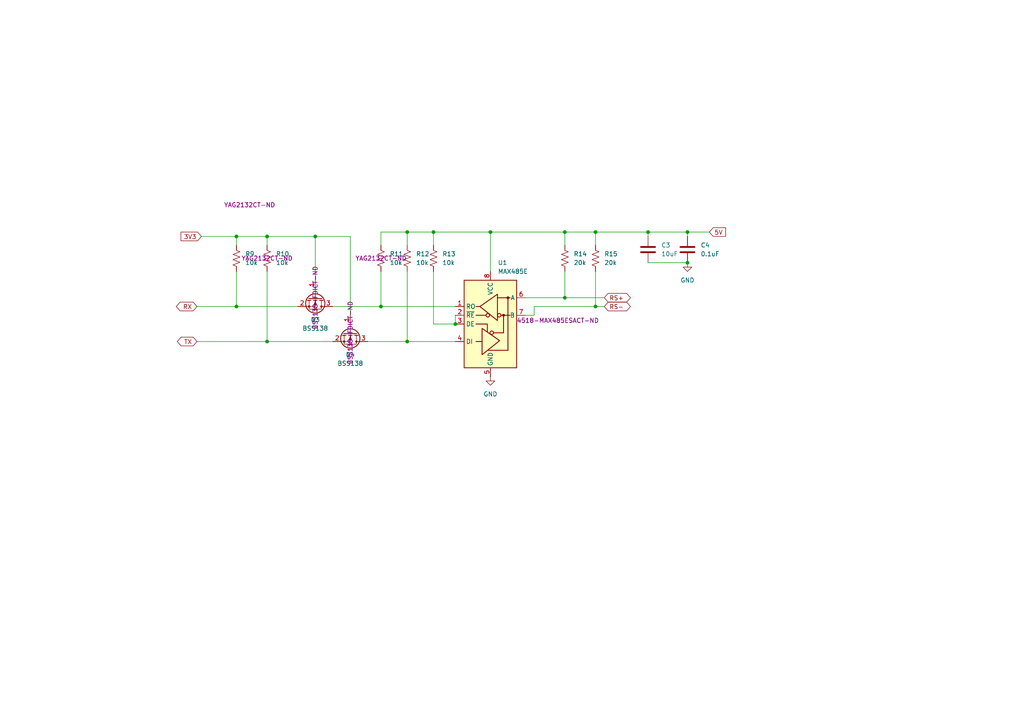
<source format=kicad_sch>
(kicad_sch (version 20250114) (generator "eeschema") (generator_version "9.0")
  (paper "A4")
  (lib_symbols
    (symbol "Device:C" (pin_numbers (hide yes)) (pin_names (offset 0.254))
      (property "Reference" "C" (at 0.635 2.54 0))
      (property "Value" "C" (at 0.635 -2.54 0))
      (symbol "C_0_1"
        (polyline (pts (xy -2.032 0.762) (xy 2.032 0.762)) (stroke (width 0.508)))
        (polyline (pts (xy -2.032 -0.762) (xy 2.032 -0.762)) (stroke (width 0.508)))
      )
      (symbol "C_1_1"
        (pin passive line (at 0 3.81 270) (length 2.794) (name "~") (number "1"))
        (pin passive line (at 0 -3.81 90) (length 2.794) (name "~") (number "2"))
      )
    )
    (symbol "Device:R_US" (pin_numbers (hide yes)) (pin_names (offset 0))
      (property "Reference" "R" (at 2.54 0 90))
      (property "Value" "R_US" (at -2.54 0 90))
      (symbol "R_US_0_1"
        (polyline (pts (xy 0 2.286) (xy 0 2.54)))
        (polyline (pts (xy 0 2.286) (xy 1.016 1.905) (xy 0 1.524) (xy -1.016 1.143) (xy 0 0.762)))
        (polyline (pts (xy 0 0.762) (xy 1.016 0.381) (xy 0 0) (xy -1.016 -0.381) (xy 0 -0.762)))
        (polyline (pts (xy 0 -0.762) (xy 1.016 -1.143) (xy 0 -1.524) (xy -1.016 -1.905) (xy 0 -2.286)))
        (polyline (pts (xy 0 -2.286) (xy 0 -2.54)))
      )
      (symbol "R_US_1_1"
        (pin passive line (at 0 3.81 270) (length 1.27) (name "~") (number "1"))
        (pin passive line (at 0 -3.81 90) (length 1.27) (name "~") (number "2"))
      )
    )
    (symbol "Interface_UART:MAX485E"
      (property "Reference" "U1" (at 2.1433 17.78 0))
      (property "Value" "MAX485E" (at 2.1433 15.24 0))
      (property "Digikey Part Number" "4518-MAX485ESACT-ND" (at 0 0 0))
      (symbol "MAX485E_0_1"
        (rectangle (start -7.62 12.7) (end 7.62 -12.7) (stroke (width 0.254)) (fill (type background)))
        (polyline (pts (xy -4.191 2.54) (xy -1.27 2.54)) (stroke (width 0.254)))
        (polyline (pts (xy -4.191 0) (xy -0.889 0) (xy -0.889 -2.286)) (stroke (width 0.254)))
        (polyline (pts (xy -3.175 5.08) (xy -4.191 5.08) (xy -4.064 5.08)) (stroke (width 0.254)))
        (polyline (pts (xy -2.54 -5.08) (xy -4.191 -5.08)) (stroke (width 0.254)))
        (polyline (pts (xy -2.413 -5.08) (xy -2.413 -1.27) (xy 2.667 -4.826) (xy -2.413 -8.89) (xy -2.413 -5.08)) (stroke (width 0.254)))
        (polyline (pts (xy -0.635 -7.62) (xy 5.08 -7.62)) (stroke (width 0.254)))
        (circle (center 0.381 -2.54) (radius 0.508) (stroke (width 0.254)))
        (polyline (pts (xy 0.889 -2.54) (xy 3.81 -2.54)) (stroke (width 0.254)))
        (polyline (pts (xy 2.032 7.62) (xy 5.715 7.62)) (stroke (width 0.254)))
        (polyline (pts (xy 3.048 2.54) (xy 5.715 2.54)) (stroke (width 0.254)))
        (circle (center 3.81 2.54) (radius 0.2794) (stroke (width 0.254)) (fill (type outline)))
        (polyline (pts (xy 3.81 -2.54) (xy 3.81 2.54)) (stroke (width 0.254)))
        (polyline (pts (xy 5.08 -7.62) (xy 5.08 7.62)) (stroke (width 0.254)))
      )
      (symbol "MAX485E_1_1"
        (circle (center -0.762 2.54) (radius 0.508) (stroke (width 0.254)))
        (polyline (pts (xy 2.032 4.826) (xy 2.032 8.636) (xy -3.048 5.08) (xy 2.032 1.016) (xy 2.032 4.826)) (stroke (width 0.254)))
        (circle (center 2.54 2.54) (radius 0.508) (stroke (width 0.254)))
        (circle (center 5.08 7.62) (radius 0.2794) (stroke (width 0.254)) (fill (type outline)))
        (pin output line (at -10.16 5.08 0) (length 2.54) (name "RO") (number "1"))
        (pin input line (at -10.16 2.54 0) (length 2.54) (name "~{RE}") (number "2"))
        (pin input line (at -10.16 0 0) (length 2.54) (name "DE") (number "3"))
        (pin input line (at -10.16 -5.08 0) (length 2.54) (name "DI") (number "4"))
        (pin power_in line (at 0 15.24 270) (length 2.54) (name "VCC") (number "8"))
        (pin power_in line (at 0 -15.24 90) (length 2.54) (name "GND") (number "5"))
        (pin input line (at 0 -15.24 90) (length 2.54) (hide yes) (name "") (number "9"))
        (pin bidirectional line (at 10.16 7.62 180) (length 2.54) (name "A") (number "6"))
        (pin bidirectional line (at 10.16 2.54 180) (length 2.54) (name "B") (number "7"))
      )
    )
    (symbol "Transistor_FET:BSS138" (pin_names (hide yes))
      (property "Reference" "Q" (at 5.08 1.905 0))
      (property "Value" "BSS138" (at 5.08 0 0))
      (symbol "BSS138_0_1"
        (polyline (pts (xy 0.254 1.905) (xy 0.254 -1.905)) (stroke (width 0.254)))
        (polyline (pts (xy 0.254 0) (xy -2.54 0)))
        (polyline (pts (xy 0.762 2.286) (xy 0.762 1.27)) (stroke (width 0.254)))
        (polyline (pts (xy 0.762 0.508) (xy 0.762 -0.508)) (stroke (width 0.254)))
        (polyline (pts (xy 0.762 -1.27) (xy 0.762 -2.286)) (stroke (width 0.254)))
        (polyline (pts (xy 0.762 -1.778) (xy 3.302 -1.778) (xy 3.302 1.778) (xy 0.762 1.778)))
        (polyline (pts (xy 1.016 0) (xy 2.032 0.381) (xy 2.032 -0.381) (xy 1.016 0)) (fill (type outline)))
        (circle (center 1.651 0) (radius 2.794) (stroke (width 0.254)))
        (polyline (pts (xy 2.54 2.54) (xy 2.54 1.778)))
        (circle (center 2.54 1.778) (radius 0.254) (fill (type outline)))
        (circle (center 2.54 -1.778) (radius 0.254) (fill (type outline)))
        (polyline (pts (xy 2.54 -2.54) (xy 2.54 0) (xy 0.762 0)))
        (polyline (pts (xy 2.794 0.508) (xy 2.921 0.381) (xy 3.683 0.381) (xy 3.81 0.254)))
        (polyline (pts (xy 3.302 0.381) (xy 2.921 -0.254) (xy 3.683 -0.254) (xy 3.302 0.381)))
      )
      (symbol "BSS138_1_1"
        (pin input line (at -5.08 0 0) (length 2.54) (name "G") (number "1"))
        (pin passive line (at 2.54 5.08 270) (length 2.54) (name "D") (number "3"))
        (pin passive line (at 2.54 -5.08 90) (length 2.54) (name "S") (number "2"))
      )
    )
    (symbol "power:GND" (power) (pin_numbers (hide yes)) (pin_names (offset 0) (hide yes))
      (property "Value" "GND" (at 0 -3.81 0))
      (symbol "GND_0_1"
        (polyline (pts (xy 0 0) (xy 0 -1.27) (xy 1.27 -1.27) (xy 0 -2.54) (xy -1.27 -1.27) (xy 0 -1.27)))
      )
      (symbol "GND_1_1"
        (pin power_in line (at 0 0 270) (length 0) (name "~") (number "1"))
      )
    )
  )
  (junction (at 118.11 99.06))
  (junction (at 77.47 68.58))
  (junction (at 132.08 93.98))
  (junction (at 172.72 88.9))
  (junction (at 199.39 67.31))
  (junction (at 68.58 68.58))
  (junction (at 142.24 67.31))
  (junction (at 91.44 68.58))
  (junction (at 118.11 67.31))
  (junction (at 77.47 99.06))
  (junction (at 163.83 86.36))
  (junction (at 110.49 88.9))
  (junction (at 172.72 67.31))
  (junction (at 187.96 67.31))
  (junction (at 199.39 76.2))
  (junction (at 125.73 67.31))
  (junction (at 163.83 67.31))
  (junction (at 68.58 88.9))
  (wire (pts (xy 154.94 88.9) (xy 172.72 88.9)))
  (wire (pts (xy 68.58 88.9) (xy 86.36 88.9)))
  (wire (pts (xy 163.83 78.74) (xy 163.83 86.36)))
  (wire (pts (xy 91.44 68.58) (xy 101.6 68.58)))
  (wire (pts (xy 57.15 88.9) (xy 68.58 88.9)))
  (wire (pts (xy 154.94 91.44) (xy 154.94 88.9)))
  (wire (pts (xy 163.83 67.31) (xy 172.72 67.31)))
  (wire (pts (xy 125.73 93.98) (xy 132.08 93.98)))
  (wire (pts (xy 101.6 68.58) (xy 101.6 91.44)))
  (wire (pts (xy 57.15 99.06) (xy 77.47 99.06)))
  (wire (pts (xy 125.73 78.74) (xy 125.73 93.98)))
  (wire (pts (xy 106.68 99.06) (xy 118.11 99.06)))
  (wire (pts (xy 118.11 67.31) (xy 125.73 67.31)))
  (wire (pts (xy 68.58 68.58) (xy 68.58 71.12)))
  (wire (pts (xy 199.39 67.31) (xy 199.39 68.58)))
  (wire (pts (xy 205.74 67.31) (xy 199.39 67.31)))
  (wire (pts (xy 91.44 68.58) (xy 91.44 81.28)))
  (wire (pts (xy 110.49 67.31) (xy 110.49 71.12)))
  (wire (pts (xy 172.72 88.9) (xy 175.26 88.9)))
  (wire (pts (xy 125.73 67.31) (xy 142.24 67.31)))
  (wire (pts (xy 110.49 88.9) (xy 132.08 88.9)))
  (wire (pts (xy 172.72 78.74) (xy 172.72 88.9)))
  (wire (pts (xy 68.58 78.74) (xy 68.58 88.9)))
  (wire (pts (xy 118.11 78.74) (xy 118.11 99.06)))
  (wire (pts (xy 110.49 78.74) (xy 110.49 88.9)))
  (wire (pts (xy 152.4 91.44) (xy 154.94 91.44)))
  (wire (pts (xy 77.47 68.58) (xy 91.44 68.58)))
  (wire (pts (xy 77.47 78.74) (xy 77.47 99.06)))
  (wire (pts (xy 142.24 67.31) (xy 142.24 78.74)))
  (wire (pts (xy 58.42 68.58) (xy 68.58 68.58)))
  (wire (pts (xy 187.96 76.2) (xy 199.39 76.2)))
  (wire (pts (xy 77.47 99.06) (xy 96.52 99.06)))
  (wire (pts (xy 96.52 88.9) (xy 110.49 88.9)))
  (wire (pts (xy 68.58 68.58) (xy 77.47 68.58)))
  (wire (pts (xy 110.49 67.31) (xy 118.11 67.31)))
  (wire (pts (xy 163.83 86.36) (xy 175.26 86.36)))
  (wire (pts (xy 187.96 67.31) (xy 187.96 68.58)))
  (wire (pts (xy 132.08 93.98) (xy 132.08 91.44)))
  (wire (pts (xy 118.11 99.06) (xy 132.08 99.06)))
  (wire (pts (xy 125.73 67.31) (xy 125.73 71.12)))
  (wire (pts (xy 172.72 67.31) (xy 172.72 71.12)))
  (wire (pts (xy 152.4 86.36) (xy 163.83 86.36)))
  (wire (pts (xy 142.24 67.31) (xy 163.83 67.31)))
  (wire (pts (xy 118.11 67.31) (xy 118.11 71.12)))
  (wire (pts (xy 77.47 68.58) (xy 77.47 71.12)))
  (wire (pts (xy 163.83 67.31) (xy 163.83 71.12)))
  (wire (pts (xy 172.72 67.31) (xy 187.96 67.31)))
  (wire (pts (xy 187.96 67.31) (xy 199.39 67.31)))
  (global_label "RX" (shape bidirectional) (at 57.15 88.9 180) (property "Intersheetrefs" "${INTERSHEET_REFS}" (effects (hide yes))))
  (global_label "3V3" (shape input) (at 58.42 68.58 180) (property "Intersheetrefs" "${INTERSHEET_REFS}" (effects (hide yes))))
  (global_label "RS+" (shape bidirectional) (at 175.26 86.36 0) (property "Intersheetrefs" "${INTERSHEET_REFS}" (effects (hide yes))))
  (global_label "RS-" (shape bidirectional) (at 175.26 88.9 0) (property "Intersheetrefs" "${INTERSHEET_REFS}" (effects (hide yes))))
  (global_label "TX" (shape bidirectional) (at 57.15 99.06 180) (property "Intersheetrefs" "${INTERSHEET_REFS}" (effects (hide yes))))
  (global_label "5V" (shape input) (at 205.74 67.31 0) (property "Intersheetrefs" "${INTERSHEET_REFS}" (effects (hide yes))))
  (symbol (lib_id "Device:R_US") (at 77.47 74.93 0) (unit 1)
    (property "Reference" "R10" (at 80.01 73.6599 0) (effects (justify left)))
    (property "Value" "10k" (at 80.01 76.1999 0) (effects (justify left)))
    (property "Footprint" "Resistor_SMD:R_0805_2012Metric" (effects (hide yes)))
    (property "Description" "Resistor, US symbol" (effects (hide yes)))
    (property "Digikey Part Number" "YAG2132CT-ND" (at 77.47 74.93 0))
  )
  (symbol (lib_id "Transistor_FET:BSS138") (at 91.44 86.36 270) (unit 1)
    (property "Reference" "Q3" (at 91.44 92.71 90))
    (property "Value" "BSS138" (at 91.44 95.25 90))
    (property "Footprint" "Package_TO_SOT_SMD:SOT-23-3" (effects (hide yes)))
    (property "Datasheet" "https://www.onsemi.com/pub/Collateral/BSS138-D.PDF" (effects (hide yes)))
    (property "Description" "50V Vds, 0.22A Id, N-Channel MOSFET, SOT-23" (effects (hide yes)))
    (property "Digikey Part Number" "BSS138-FDICT-ND" (at 91.44 86.36 0))
  )
  (symbol (lib_id "Device:R_US") (at 118.11 74.93 0) (unit 1)
    (property "Reference" "R12" (at 120.65 73.6599 0) (effects (justify left)))
    (property "Value" "10k" (at 120.65 76.1999 0) (effects (justify left)))
    (property "Footprint" "Resistor_SMD:R_0805_2012Metric" (effects (hide yes)))
    (property "Description" "Resistor, US symbol" (effects (hide yes)))
    (property "Digikey Part Number" "YAG2132CT-ND" (effects (hide yes)))
  )
  (symbol (lib_id "power:GND") (at 142.24 109.22 0) (unit 1)
    (property "Reference" "#PWR08" (effects (hide yes)))
    (property "Value" "GND" (at 142.24 114.3 0))
    (property "Description" "Power symbol creates a global label with name \"GND\" , ground" (effects (hide yes)))
  )
  (symbol (lib_id "Device:C") (at 199.39 72.39 0) (unit 1)
    (property "Reference" "C4" (at 203.2 71.1199 0) (effects (justify left)))
    (property "Value" "0.1uF" (at 203.2 73.6599 0) (effects (justify left)))
    (property "Footprint" "Capacitor_SMD:C_0805_2012Metric" (effects (hide yes)))
    (property "Description" "Unpolarized capacitor" (effects (hide yes)))
    (property "Digikey Part Number" "399-C0805C104M5UACTUCT-ND" (effects (hide yes)))
  )
  (symbol (lib_id "Device:C") (at 187.96 72.39 0) (unit 1)
    (property "Reference" "C3" (at 191.77 71.1199 0) (effects (justify left)))
    (property "Value" "10uF" (at 191.77 73.6599 0) (effects (justify left)))
    (property "Footprint" "Capacitor_SMD:C_0805_2012Metric" (effects (hide yes)))
    (property "Description" "Unpolarized capacitor" (effects (hide yes)))
    (property "Digikey Part Number" "399-C0805C106K4PACTUCT-ND" (effects (hide yes)))
  )
  (symbol (lib_id "Device:R_US") (at 110.49 74.93 0) (unit 1)
    (property "Reference" "R11" (at 113.03 73.6599 0) (effects (justify left)))
    (property "Value" "10k" (at 113.03 76.1999 0) (effects (justify left)))
    (property "Footprint" "Resistor_SMD:R_0805_2012Metric" (effects (hide yes)))
    (property "Description" "Resistor, US symbol" (effects (hide yes)))
    (property "Digikey Part Number" "YAG2132CT-ND" (at 110.49 74.93 0))
  )
  (symbol (lib_id "Device:R_US") (at 172.72 74.93 0) (unit 1)
    (property "Reference" "R15" (at 175.26 73.6599 0) (effects (justify left)))
    (property "Value" "20k" (at 175.26 76.1999 0) (effects (justify left)))
    (property "Footprint" "Resistor_SMD:R_0805_2012Metric" (effects (hide yes)))
    (property "Description" "Resistor, US symbol" (effects (hide yes)))
    (property "Digikey Part Number" "13-RC0805FR-1020KLCT-ND" (effects (hide yes)))
  )
  (symbol (lib_id "Device:R_US") (at 68.58 74.93 0) (unit 1)
    (property "Reference" "R9" (at 71.12 73.6599 0) (effects (justify left)))
    (property "Value" "10k" (at 71.12 76.1999 0) (effects (justify left)))
    (property "Footprint" "Resistor_SMD:R_0805_2012Metric" (effects (hide yes)))
    (property "Description" "Resistor, US symbol" (effects (hide yes)))
    (property "Digikey Part Number" "YAG2132CT-ND" (at 72.39 59.436 0))
  )
  (symbol (lib_id "Device:R_US") (at 163.83 74.93 0) (unit 1)
    (property "Reference" "R14" (at 166.37 73.6599 0) (effects (justify left)))
    (property "Value" "20k" (at 166.37 76.1999 0) (effects (justify left)))
    (property "Footprint" "Resistor_SMD:R_0805_2012Metric" (effects (hide yes)))
    (property "Description" "Resistor, US symbol" (effects (hide yes)))
    (property "Digikey Part Number" "13-RC0805FR-1020KLCT-ND" (effects (hide yes)))
  )
  (symbol (lib_id "Transistor_FET:BSS138") (at 101.6 96.52 270) (unit 1)
    (property "Reference" "Q4" (at 101.6 102.87 90))
    (property "Value" "BSS138" (at 101.6 105.41 90))
    (property "Footprint" "Package_TO_SOT_SMD:SOT-23-3" (effects (hide yes)))
    (property "Datasheet" "https://www.onsemi.com/pub/Collateral/BSS138-D.PDF" (effects (hide yes)))
    (property "Description" "50V Vds, 0.22A Id, N-Channel MOSFET, SOT-23" (effects (hide yes)))
    (property "Digikey Part Number" "BSS138-FDICT-ND" (at 101.6 96.52 0))
  )
  (symbol (lib_id "Device:R_US") (at 125.73 74.93 0) (unit 1)
    (property "Reference" "R13" (at 128.27 73.6599 0) (effects (justify left)))
    (property "Value" "10k" (at 128.27 76.1999 0) (effects (justify left)))
    (property "Footprint" "Resistor_SMD:R_0805_2012Metric" (effects (hide yes)))
    (property "Description" "Resistor, US symbol" (effects (hide yes)))
    (property "Digikey Part Number" "YAG2132CT-ND" (effects (hide yes)))
  )
  (symbol (lib_id "Interface_UART:MAX485E") (at 142.24 93.98 0) (unit 1)
    (property "Reference" "U1" (at 144.3833 76.2 0) (effects (justify left)))
    (property "Value" "MAX485E" (at 144.3833 78.74 0) (effects (justify left)))
    (property "Footprint" "Package_SO:SOIC-8-1EP_3.9x4.9mm_P1.27mm_EP2.29x3mm" (effects (hide yes)))
    (property "Datasheet" "https://datasheets.maximintegrated.com/en/ds/MAX1487E-MAX491E.pdf" (effects (hide yes)))
    (property "Description" "Half duplex RS-485/RS-422, 2.5 Mbps, ±15kV electro-static discharge (ESD) protection, no slew-rate, no low-power shutdown, with receiver/driver enable, 32 receiver drive capability, DIP-8 and SOIC-8" (effects (hide yes)))
    (property "Digikey Part Number" "4518-MAX485ESACT-ND" (at 161.798 92.964 0))
  )
  (symbol (lib_id "power:GND") (at 199.39 76.2 0) (unit 1)
    (property "Reference" "#PWR09" (effects (hide yes)))
    (property "Value" "GND" (at 199.39 81.28 0))
    (property "Description" "Power symbol creates a global label with name \"GND\" , ground" (effects (hide yes)))
  )
)
</source>
